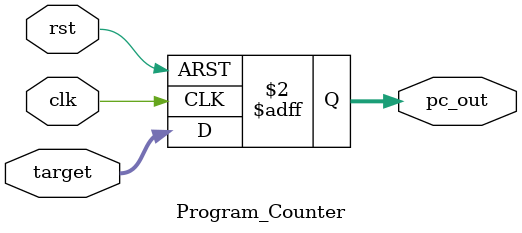
<source format=v>
`timescale 1ns / 1ps
module Program_Counter(
    input clk,
	 input rst,
	 input [15:0] target,
    output reg [15:0] pc_out
    );
	 	
	 always @(posedge clk or posedge rst)
		if(rst)begin
			pc_out <= 0;
		end
		else begin
			pc_out <= target;
	 end
	 
endmodule

</source>
